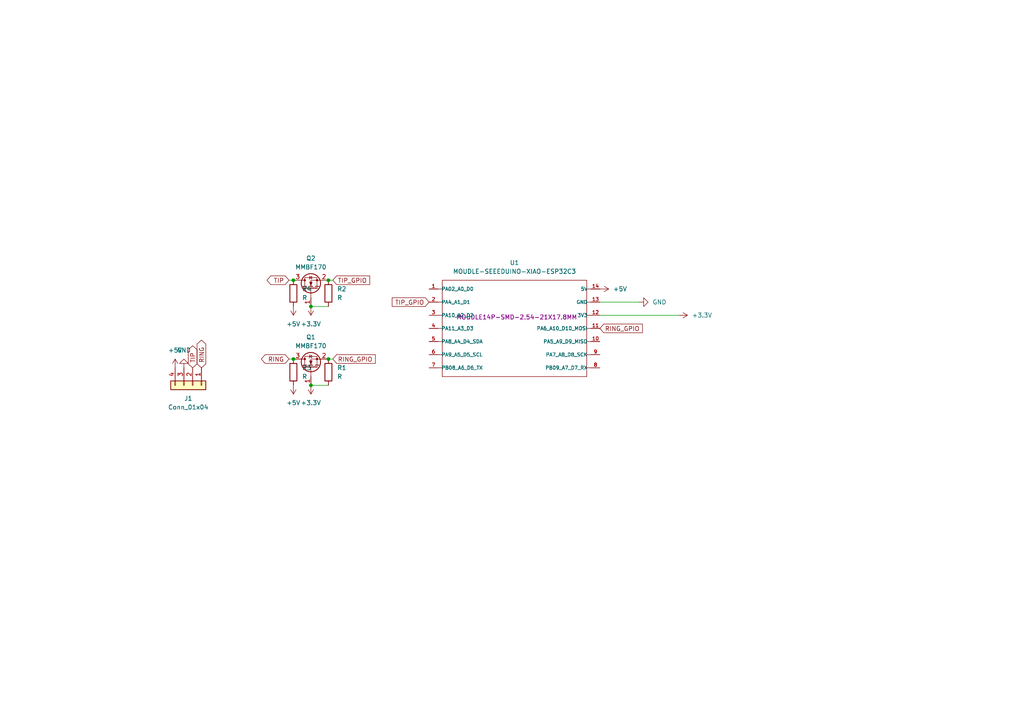
<source format=kicad_sch>
(kicad_sch (version 20230121) (generator eeschema)
  (paper "A4")
  (lib_symbols
    (symbol "Connector_Generic:Conn_01x04" (pin_names (offset 1.016) hide)
      (property "Reference" "J" (at 0 5.08 0))
      (property "Value" "Conn_01x04" (at 0 -7.62 0))
      (symbol "Conn_01x04_1_1"
        (rectangle (start -1.27 -4.953) (end 0 -5.207) (stroke (width 0.1524)))
        (rectangle (start -1.27 -2.413) (end 0 -2.667) (stroke (width 0.1524)))
        (rectangle (start -1.27 0.127) (end 0 -0.127) (stroke (width 0.1524)))
        (rectangle (start -1.27 2.667) (end 0 2.413) (stroke (width 0.1524)))
        (rectangle (start -1.27 3.81) (end 1.27 -6.35) (stroke (width 0.254)) (fill (type background)))
        (pin passive line (at -5.08 2.54 0) (length 3.81) (name "Pin_1") (number "1"))
        (pin passive line (at -5.08 0 0) (length 3.81) (name "Pin_2") (number "2"))
        (pin passive line (at -5.08 -2.54 0) (length 3.81) (name "Pin_3") (number "3"))
        (pin passive line (at -5.08 -5.08 0) (length 3.81) (name "Pin_4") (number "4"))
      )
    )
    (symbol "Device:R" (pin_numbers hide) (pin_names (offset 0))
      (property "Reference" "R" (at 2.032 0 90))
      (property "Value" "R" (at 0 0 90))
      (symbol "R_0_1"
        (rectangle (start -1.016 -2.54) (end 1.016 2.54) (stroke (width 0.254)))
      )
      (symbol "R_1_1"
        (pin passive line (at 0 3.81 270) (length 1.27) (name "~") (number "1"))
        (pin passive line (at 0 -3.81 90) (length 1.27) (name "~") (number "2"))
      )
    )
    (symbol "Transistor_FET:MMBF170" (pin_names hide)
      (property "Reference" "Q" (at 5.08 1.905 0))
      (property "Value" "MMBF170" (at 5.08 0 0))
      (symbol "MMBF170_0_1"
        (polyline (pts (xy 0.254 0) (xy -2.54 0)))
        (polyline (pts (xy 0.254 1.905) (xy 0.254 -1.905)) (stroke (width 0.254)))
        (polyline (pts (xy 0.762 -1.27) (xy 0.762 -2.286)) (stroke (width 0.254)))
        (polyline (pts (xy 0.762 0.508) (xy 0.762 -0.508)) (stroke (width 0.254)))
        (polyline (pts (xy 0.762 2.286) (xy 0.762 1.27)) (stroke (width 0.254)))
        (polyline (pts (xy 2.54 2.54) (xy 2.54 1.778)))
        (polyline (pts (xy 2.54 -2.54) (xy 2.54 0) (xy 0.762 0)))
        (polyline (pts (xy 0.762 -1.778) (xy 3.302 -1.778) (xy 3.302 1.778) (xy 0.762 1.778)))
        (polyline (pts (xy 1.016 0) (xy 2.032 0.381) (xy 2.032 -0.381) (xy 1.016 0)) (fill (type outline)))
        (polyline (pts (xy 2.794 0.508) (xy 2.921 0.381) (xy 3.683 0.381) (xy 3.81 0.254)))
        (polyline (pts (xy 3.302 0.381) (xy 2.921 -0.254) (xy 3.683 -0.254) (xy 3.302 0.381)))
        (circle (center 1.651 0) (radius 2.794) (stroke (width 0.254)))
        (circle (center 2.54 -1.778) (radius 0.254) (fill (type outline)))
        (circle (center 2.54 1.778) (radius 0.254) (fill (type outline)))
      )
      (symbol "MMBF170_1_1"
        (pin input line (at -5.08 0 0) (length 2.54) (name "G") (number "1"))
        (pin passive line (at 2.54 -5.08 90) (length 2.54) (name "S") (number "2"))
        (pin passive line (at 2.54 5.08 270) (length 2.54) (name "D") (number "3"))
      )
    )
    (symbol "XIAO:MOUDLE-SEEEDUINO-XIAO-ESP32C3" (pin_names (offset 1.016))
      (property "Reference" "U" (at -21.59 15.24 0))
      (property "Value" "MOUDLE-SEEEDUINO-XIAO-ESP32C3" (at -21.59 13.97 0))
      (symbol "MOUDLE-SEEEDUINO-XIAO-ESP32C3_0_0"
        (polyline (pts (xy -21.59 -13.97) (xy -21.59 0)) (stroke (width 0.1524)))
        (polyline (pts (xy -21.59 -11.43) (xy -22.86 -11.43)) (stroke (width 0.1524)))
        (polyline (pts (xy -21.59 -7.62) (xy -22.86 -7.62)) (stroke (width 0.1524)))
        (polyline (pts (xy -21.59 -3.81) (xy -22.86 -3.81)) (stroke (width 0.1524)))
        (polyline (pts (xy -21.59 0) (xy -22.86 0)) (stroke (width 0.1524)))
        (polyline (pts (xy -21.59 0) (xy -21.59 3.81)) (stroke (width 0.1524)))
        (polyline (pts (xy -21.59 3.81) (xy -22.86 3.81)) (stroke (width 0.1524)))
        (polyline (pts (xy -21.59 3.81) (xy -21.59 7.62)) (stroke (width 0.1524)))
        (polyline (pts (xy -21.59 7.62) (xy -22.86 7.62)) (stroke (width 0.1524)))
        (polyline (pts (xy -21.59 7.62) (xy -21.59 11.43)) (stroke (width 0.1524)))
        (polyline (pts (xy -21.59 11.43) (xy -22.86 11.43)) (stroke (width 0.1524)))
        (polyline (pts (xy -21.59 11.43) (xy -21.59 13.97)) (stroke (width 0.1524)))
        (polyline (pts (xy -21.59 13.97) (xy 20.32 13.97)) (stroke (width 0.1524)))
        (polyline (pts (xy 20.32 -13.97) (xy -21.59 -13.97)) (stroke (width 0.1524)))
        (polyline (pts (xy 20.32 3.81) (xy 20.32 -13.97)) (stroke (width 0.1524)))
        (polyline (pts (xy 20.32 7.62) (xy 20.32 3.81)) (stroke (width 0.1524)))
        (polyline (pts (xy 20.32 11.43) (xy 20.32 7.62)) (stroke (width 0.1524)))
        (polyline (pts (xy 20.32 13.97) (xy 20.32 11.43)) (stroke (width 0.1524)))
        (polyline (pts (xy 21.59 -11.43) (xy 20.32 -11.43)) (stroke (width 0.1524)))
        (polyline (pts (xy 21.59 -7.62) (xy 20.32 -7.62)) (stroke (width 0.1524)))
        (polyline (pts (xy 21.59 -3.81) (xy 20.32 -3.81)) (stroke (width 0.1524)))
        (polyline (pts (xy 21.59 0) (xy 20.32 0)) (stroke (width 0.1524)))
        (polyline (pts (xy 21.59 3.81) (xy 20.32 3.81)) (stroke (width 0.1524)))
        (polyline (pts (xy 21.59 7.62) (xy 20.32 7.62)) (stroke (width 0.1524)))
        (polyline (pts (xy 21.59 11.43) (xy 20.32 11.43)) (stroke (width 0.1524)))
        (pin bidirectional line (at -25.4 11.43 0) (length 2.54) (name "PA02_A0_D0") (number "1"))
        (pin bidirectional line (at 24.13 -3.81 180) (length 2.54) (name "PA5_A9_D9_MISO") (number "10"))
        (pin bidirectional line (at 24.13 0 180) (length 2.54) (name "PA6_A10_D10_MOSI") (number "11"))
        (pin bidirectional line (at 24.13 3.81 180) (length 2.54) (name "3V3") (number "12"))
        (pin bidirectional line (at 24.13 7.62 180) (length 2.54) (name "GND") (number "13"))
        (pin bidirectional line (at 24.13 11.43 180) (length 2.54) (name "5V") (number "14"))
        (pin bidirectional line (at -25.4 7.62 0) (length 2.54) (name "PA4_A1_D1") (number "2"))
        (pin bidirectional line (at -25.4 3.81 0) (length 2.54) (name "PA10_A2_D2") (number "3"))
        (pin bidirectional line (at -25.4 0 0) (length 2.54) (name "PA11_A3_D3") (number "4"))
        (pin bidirectional line (at -25.4 -3.81 0) (length 2.54) (name "PA8_A4_D4_SDA") (number "5"))
        (pin bidirectional line (at -25.4 -7.62 0) (length 2.54) (name "PA9_A5_D5_SCL") (number "6"))
        (pin bidirectional line (at -25.4 -11.43 0) (length 2.54) (name "PB08_A6_D6_TX") (number "7"))
        (pin bidirectional line (at 24.13 -11.43 180) (length 2.54) (name "PB09_A7_D7_RX") (number "8"))
        (pin bidirectional line (at 24.13 -7.62 180) (length 2.54) (name "PA7_A8_D8_SCK") (number "9"))
      )
    )
    (symbol "power:+3.3V" (power) (pin_names (offset 0))
      (property "Value" "+3.3V" (at 0 3.556 0))
      (symbol "+3.3V_0_1"
        (polyline (pts (xy -0.762 1.27) (xy 0 2.54)))
        (polyline (pts (xy 0 0) (xy 0 2.54)))
        (polyline (pts (xy 0 2.54) (xy 0.762 1.27)))
      )
      (symbol "+3.3V_1_1"
        (pin power_in line (at 0 0 90) (length 0) hide (name "+3.3V") (number "1"))
      )
    )
    (symbol "power:+5V" (power) (pin_names (offset 0))
      (property "Value" "+5V" (at 0 3.556 0))
      (symbol "+5V_0_1"
        (polyline (pts (xy -0.762 1.27) (xy 0 2.54)))
        (polyline (pts (xy 0 0) (xy 0 2.54)))
        (polyline (pts (xy 0 2.54) (xy 0.762 1.27)))
      )
      (symbol "+5V_1_1"
        (pin power_in line (at 0 0 90) (length 0) hide (name "+5V") (number "1"))
      )
    )
    (symbol "power:GND" (power) (pin_names (offset 0))
      (property "Value" "GND" (at 0 -3.81 0))
      (symbol "GND_0_1"
        (polyline (pts (xy 0 0) (xy 0 -1.27) (xy 1.27 -1.27) (xy 0 -2.54) (xy -1.27 -1.27) (xy 0 -1.27)))
      )
      (symbol "GND_1_1"
        (pin power_in line (at 0 0 270) (length 0) hide (name "GND") (number "1"))
      )
    )
  )
  (junction (at 85.09 104.14))
  (junction (at 85.09 81.28))
  (junction (at 95.25 104.14))
  (junction (at 95.25 81.28))
  (junction (at 90.17 111.76))
  (junction (at 90.17 88.9))
  (wire (pts (xy 95.25 104.14) (xy 96.52 104.14)))
  (wire (pts (xy 83.82 81.28) (xy 85.09 81.28)))
  (wire (pts (xy 185.42 87.63) (xy 173.99 87.63)))
  (wire (pts (xy 90.17 88.9) (xy 95.25 88.9)))
  (wire (pts (xy 95.25 81.28) (xy 96.52 81.28)))
  (wire (pts (xy 173.99 91.44) (xy 196.85 91.44)))
  (wire (pts (xy 83.82 104.14) (xy 85.09 104.14)))
  (wire (pts (xy 90.17 111.76) (xy 95.25 111.76)))
  (global_label "TIP" (shape bidirectional) (at 55.88 106.68 90) (property "Intersheetrefs" "TIP" (effects hide)))
  (global_label "TIP_GPIO" (shape input) (at 96.52 81.28 0) (property "Intersheetrefs" "${INTERSHEET_REFS}" (effects hide)))
  (global_label "RING_GPIO" (shape input) (at 173.99 95.25 0) (property "Intersheetrefs" "${INTERSHEET_REFS}" (effects hide)))
  (global_label "TIP_GPIO" (shape input) (at 124.46 87.63 180) (property "Intersheetrefs" "${INTERSHEET_REFS}" (effects hide)))
  (global_label "TIP" (shape bidirectional) (at 83.82 81.28 180) (property "Intersheetrefs" "TIP" (effects hide)))
  (global_label "RING" (shape bidirectional) (at 58.42 106.68 90) (property "Intersheetrefs" "${INTERSHEET_REFS}" (effects hide)))
  (global_label "RING" (shape bidirectional) (at 83.82 104.14 180) (property "Intersheetrefs" "${INTERSHEET_REFS}" (effects hide)))
  (global_label "RING_GPIO" (shape input) (at 96.52 104.14 0) (property "Intersheetrefs" "${INTERSHEET_REFS}" (effects hide)))
  (symbol (lib_id "power:+3.3V") (at 90.17 88.9 180) (unit 1)
    (property "Reference" "#PWR08" (effects hide))
    (property "Value" "+3.3V" (at 90.17 93.98 0))
  )
  (symbol (lib_id "power:+5V") (at 50.8 106.68 0) (unit 1)
    (property "Reference" "#PWR06" (effects hide))
    (property "Value" "+5V" (at 50.8 101.6 0))
  )
  (symbol (lib_id "power:GND") (at 53.34 106.68 180) (unit 1)
    (property "Reference" "#PWR07" (effects hide))
    (property "Value" "GND" (at 53.34 101.6 0))
  )
  (symbol (lib_id "power:+3.3V") (at 90.17 111.76 180) (unit 1)
    (property "Reference" "#PWR09" (effects hide))
    (property "Value" "+3.3V" (at 90.17 116.84 0))
  )
  (symbol (lib_id "Transistor_FET:MMBF170") (at 90.17 83.82 90) (unit 1)
    (property "Reference" "Q2" (at 90.17 74.93 90))
    (property "Value" "MMBF170" (at 90.17 77.47 90))
    (property "Footprint" "Package_TO_SOT_SMD:SOT-23" (effects hide))
    (property "Datasheet" "https://www.diodes.com/assets/Datasheets/ds30104.pdf" (effects hide))
  )
  (symbol (lib_id "power:+5V") (at 173.99 83.82 270) (unit 1)
    (property "Reference" "#PWR03" (effects hide))
    (property "Value" "+5V" (at 177.8 83.82 90) (effects (justify left)))
  )
  (symbol (lib_id "power:+3.3V") (at 196.85 91.44 270) (unit 1)
    (property "Reference" "#PWR01" (effects hide))
    (property "Value" "+3.3V" (at 200.66 91.44 90) (effects (justify left)))
  )
  (symbol (lib_id "Device:R") (at 95.25 85.09 180) (unit 1)
    (property "Reference" "R2" (at 97.79 83.82 0) (effects (justify right)))
    (property "Value" "R" (at 97.79 86.36 0) (effects (justify right)))
    (property "Footprint" "Resistor_THT:R_Axial_DIN0207_L6.3mm_D2.5mm_P10.16mm_Horizontal" (effects hide))
  )
  (symbol (lib_id "Device:R") (at 95.25 107.95 180) (unit 1)
    (property "Reference" "R1" (at 97.79 106.68 0) (effects (justify right)))
    (property "Value" "R" (at 97.79 109.22 0) (effects (justify right)))
    (property "Footprint" "Resistor_THT:R_Axial_DIN0207_L6.3mm_D2.5mm_P10.16mm_Horizontal" (effects hide))
  )
  (symbol (lib_id "power:+5V") (at 85.09 88.9 180) (unit 1)
    (property "Reference" "#PWR05" (effects hide))
    (property "Value" "+5V" (at 85.09 93.98 0))
  )
  (symbol (lib_id "Connector_Generic:Conn_01x04") (at 55.88 111.76 270) (unit 1)
    (property "Reference" "J1" (at 54.61 115.57 90))
    (property "Value" "Conn_01x04" (at 54.61 118.11 90))
    (property "Footprint" "Connector_PinHeader_2.54mm:PinHeader_1x04_P2.54mm_Vertical" (effects hide))
  )
  (symbol (lib_id "Device:R") (at 85.09 107.95 180) (unit 1)
    (property "Reference" "R3" (at 87.63 106.68 0) (effects (justify right)))
    (property "Value" "R" (at 87.63 109.22 0) (effects (justify right)))
    (property "Footprint" "Resistor_THT:R_Axial_DIN0207_L6.3mm_D2.5mm_P10.16mm_Horizontal" (effects hide))
  )
  (symbol (lib_id "power:+5V") (at 85.09 111.76 180) (unit 1)
    (property "Reference" "#PWR04" (effects hide))
    (property "Value" "+5V" (at 85.09 116.84 0))
  )
  (symbol (lib_id "XIAO:MOUDLE-SEEEDUINO-XIAO-ESP32C3") (at 149.86 95.25 0) (unit 1)
    (property "Reference" "U1" (at 149.225 76.2 0))
    (property "Value" "MOUDLE-SEEEDUINO-XIAO-ESP32C3" (at 149.225 78.74 0))
    (property "Footprint" "MOUDLE14P-SMD-2.54-21X17.8MM" (at 149.86 92.71 0) (effects (justify bottom)))
  )
  (symbol (lib_id "Device:R") (at 85.09 85.09 180) (unit 1)
    (property "Reference" "R4" (at 87.63 83.82 0) (effects (justify right)))
    (property "Value" "R" (at 87.63 86.36 0) (effects (justify right)))
    (property "Footprint" "Resistor_THT:R_Axial_DIN0207_L6.3mm_D2.5mm_P10.16mm_Horizontal" (effects hide))
  )
  (symbol (lib_id "power:GND") (at 185.42 87.63 90) (unit 1)
    (property "Reference" "#PWR02" (effects hide))
    (property "Value" "GND" (at 189.23 87.63 90) (effects (justify right)))
  )
  (symbol (lib_id "Transistor_FET:MMBF170") (at 90.17 106.68 90) (unit 1)
    (property "Reference" "Q1" (at 90.17 97.79 90))
    (property "Value" "MMBF170" (at 90.17 100.33 90))
    (property "Footprint" "Package_TO_SOT_SMD:SOT-23" (effects hide))
    (property "Datasheet" "https://www.diodes.com/assets/Datasheets/ds30104.pdf" (effects hide))
  )
)
</source>
